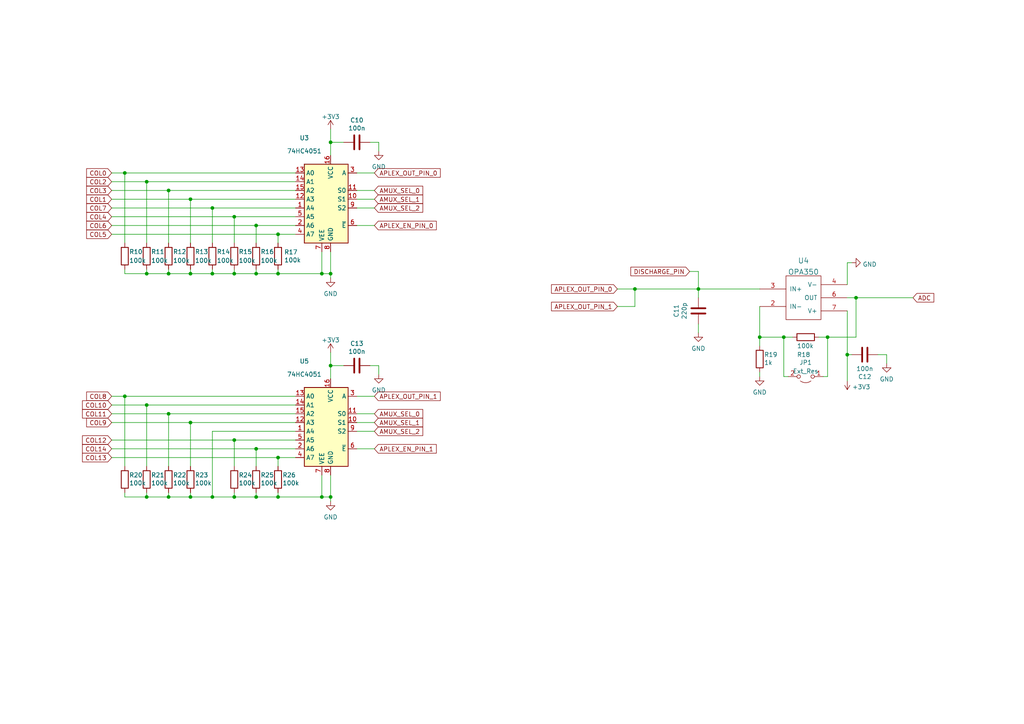
<source format=kicad_sch>
(kicad_sch (version 20231120) (generator "eeschema") (generator_version "8.0")
  (paper "A4")
  (title_block (title "EC Pro2 Mainboard") (date "2024-03-03") (rev "1.0") (company "LU.SV Solutions") (comment 1 "Cipulot PCB Design") (comment 2 "Cipulot") (comment 3 "CC-BY-NC-SA-4.0"))
  (lib_symbols
    (symbol "74xx:74HC4051"
      (property "Reference" "U" (at -5.08 11.43 0))
      (property "Value" "74HC4051" (at -7.62 -13.97 0))
      (symbol "74HC4051_0_1"
        (rectangle (start -5.08 10.16) (end 7.62 -12.7) (stroke (width 0.254)) (fill (type background)))
      )
      (symbol "74HC4051_1_1"
        (pin passive line (at 10.16 -2.54 180) (length 2.54) (name "A4") (number "1"))
        (pin input line (at -7.62 0 0) (length 2.54) (name "S1") (number "10"))
        (pin input line (at -7.62 2.54 0) (length 2.54) (name "S0") (number "11"))
        (pin passive line (at 10.16 0 180) (length 2.54) (name "A3") (number "12"))
        (pin passive line (at 10.16 7.62 180) (length 2.54) (name "A0") (number "13"))
        (pin passive line (at 10.16 5.08 180) (length 2.54) (name "A1") (number "14"))
        (pin passive line (at 10.16 2.54 180) (length 2.54) (name "A2") (number "15"))
        (pin power_in line (at 0 12.7 270) (length 2.54) (name "VCC") (number "16"))
        (pin passive line (at 10.16 -7.62 180) (length 2.54) (name "A6") (number "2"))
        (pin passive line (at -7.62 7.62 0) (length 2.54) (name "A") (number "3"))
        (pin passive line (at 10.16 -10.16 180) (length 2.54) (name "A7") (number "4"))
        (pin passive line (at 10.16 -5.08 180) (length 2.54) (name "A5") (number "5"))
        (pin input line (at -7.62 -7.62 0) (length 2.54) (name "~{E}") (number "6"))
        (pin power_in line (at 2.54 -15.24 90) (length 2.54) (name "VEE") (number "7"))
        (pin power_in line (at 0 -15.24 90) (length 2.54) (name "GND") (number "8"))
        (pin input line (at -7.62 -2.54 0) (length 2.54) (name "S2") (number "9"))
      )
    )
    (symbol "Device:C" (pin_numbers hide) (pin_names (offset 0.254))
      (property "Reference" "C" (at 0.635 2.54 0))
      (property "Value" "C" (at 0.635 -2.54 0))
      (symbol "C_0_1"
        (polyline (pts (xy -2.032 -0.762) (xy 2.032 -0.762)) (stroke (width 0.508)))
        (polyline (pts (xy -2.032 0.762) (xy 2.032 0.762)) (stroke (width 0.508)))
      )
      (symbol "C_1_1"
        (pin passive line (at 0 3.81 270) (length 2.794) (name "~") (number "1"))
        (pin passive line (at 0 -3.81 90) (length 2.794) (name "~") (number "2"))
      )
    )
    (symbol "Device:R" (pin_numbers hide) (pin_names (offset 0))
      (property "Reference" "R" (at 2.032 0 90))
      (property "Value" "R" (at 0 0 90))
      (symbol "R_0_1"
        (rectangle (start -1.016 -2.54) (end 1.016 2.54) (stroke (width 0.254)))
      )
      (symbol "R_1_1"
        (pin passive line (at 0 3.81 270) (length 1.27) (name "~") (number "1"))
        (pin passive line (at 0 -3.81 90) (length 1.27) (name "~") (number "2"))
      )
    )
    (symbol "Jumper:Jumper_2_Open" (pin_names (offset 0) hide)
      (property "Reference" "JP" (at 0 2.794 0))
      (property "Value" "Jumper_2_Open" (at 0 -2.286 0))
      (symbol "Jumper_2_Open_0_0"
        (circle (center -2.032 0) (radius 0.508))
        (circle (center 2.032 0) (radius 0.508))
      )
      (symbol "Jumper_2_Open_0_1"
        (arc (start 1.524 1.27) (mid 0 1.778) (end -1.524 1.27))
      )
      (symbol "Jumper_2_Open_1_1"
        (pin passive line (at -5.08 0 0) (length 2.54) (name "A") (number "1"))
        (pin passive line (at 5.08 0 180) (length 2.54) (name "B") (number "2"))
      )
    )
    (symbol "burrbrown:OPA350" (pin_names (offset 1.016))
      (property "Reference" "U" (at 8.89 -7.62 0))
      (property "Value" "OPA350" (at 5.08 7.62 0))
      (symbol "OPA350_0_1"
        (rectangle (start 0 -6.35) (end 10.16 6.35))
        (pin input line (at -7.62 2.54 0) (length 7.62) (name "IN-") (number "2"))
        (pin input line (at -7.62 -2.54 0) (length 7.62) (name "IN+") (number "3"))
        (pin input line (at 17.78 -3.81 180) (length 7.62) (name "V-") (number "4"))
        (pin input line (at 17.78 0 180) (length 7.62) (name "OUT") (number "6"))
        (pin input line (at 17.78 3.81 180) (length 7.62) (name "V+") (number "7"))
      )
    )
    (symbol "power:+3.3V" (power) (pin_names (offset 0))
      (property "Value" "+3.3V" (at 0 3.556 0))
      (symbol "+3.3V_0_1"
        (polyline (pts (xy -0.762 1.27) (xy 0 2.54)))
        (polyline (pts (xy 0 0) (xy 0 2.54)))
        (polyline (pts (xy 0 2.54) (xy 0.762 1.27)))
      )
      (symbol "+3.3V_1_1"
        (pin power_in line (at 0 0 90) (length 0) hide (name "+3V3") (number "1"))
      )
    )
    (symbol "power:GND" (power) (pin_names (offset 0))
      (property "Value" "GND" (at 0 -3.81 0))
      (symbol "GND_0_1"
        (polyline (pts (xy 0 0) (xy 0 -1.27) (xy 1.27 -1.27) (xy 0 -2.54) (xy -1.27 -1.27) (xy 0 -1.27)))
      )
      (symbol "GND_1_1"
        (pin power_in line (at 0 0 270) (length 0) hide (name "GND") (number "1"))
      )
    )
  )
  (junction (at 248.285 86.36))
  (junction (at 93.345 79.375))
  (junction (at 55.245 57.785))
  (junction (at 95.885 41.275))
  (junction (at 95.885 79.375))
  (junction (at 80.645 132.715))
  (junction (at 74.295 130.175))
  (junction (at 74.295 79.375))
  (junction (at 67.945 144.145))
  (junction (at 42.545 117.475))
  (junction (at 67.945 127.635))
  (junction (at 93.345 144.145))
  (junction (at 48.895 79.375))
  (junction (at 202.565 83.82))
  (junction (at 55.245 79.375))
  (junction (at 184.15 83.82))
  (junction (at 220.345 97.79))
  (junction (at 67.945 79.375))
  (junction (at 42.545 79.375))
  (junction (at 61.595 60.325))
  (junction (at 95.885 106.045))
  (junction (at 42.545 144.145))
  (junction (at 74.295 65.405))
  (junction (at 227.33 97.79))
  (junction (at 48.895 144.145))
  (junction (at 55.245 144.145))
  (junction (at 80.645 67.945))
  (junction (at 67.945 62.865))
  (junction (at 95.885 144.145))
  (junction (at 36.195 50.165))
  (junction (at 61.595 144.145))
  (junction (at 240.03 97.79))
  (junction (at 55.245 122.555))
  (junction (at 61.595 79.375))
  (junction (at 42.545 52.705))
  (junction (at 36.195 114.935))
  (junction (at 245.745 102.87))
  (junction (at 48.895 120.015))
  (junction (at 80.645 79.375))
  (junction (at 48.895 55.245))
  (junction (at 74.295 144.145))
  (junction (at 80.645 144.145))
  (wire (pts (xy 248.285 97.79) (xy 248.285 86.36)))
  (wire (pts (xy 74.295 70.485) (xy 74.295 65.405)))
  (wire (pts (xy 32.385 114.935) (xy 36.195 114.935)))
  (wire (pts (xy 36.195 114.935) (xy 85.725 114.935)))
  (wire (pts (xy 95.885 80.645) (xy 95.885 79.375)))
  (wire (pts (xy 227.33 97.79) (xy 229.87 97.79)))
  (wire (pts (xy 36.195 70.485) (xy 36.195 50.165)))
  (wire (pts (xy 85.725 67.945) (xy 80.645 67.945)))
  (wire (pts (xy 36.195 144.145) (xy 42.545 144.145)))
  (wire (pts (xy 74.295 78.105) (xy 74.295 79.375)))
  (wire (pts (xy 220.345 97.79) (xy 227.33 97.79)))
  (wire (pts (xy 48.895 70.485) (xy 48.895 55.245)))
  (wire (pts (xy 107.315 106.045) (xy 109.855 106.045)))
  (wire (pts (xy 95.885 145.415) (xy 95.885 144.145)))
  (wire (pts (xy 85.725 57.785) (xy 55.245 57.785)))
  (wire (pts (xy 179.07 83.82) (xy 184.15 83.82)))
  (wire (pts (xy 80.645 70.485) (xy 80.645 67.945)))
  (wire (pts (xy 67.945 144.145) (xy 74.295 144.145)))
  (wire (pts (xy 55.245 122.555) (xy 32.385 122.555)))
  (wire (pts (xy 48.895 79.375) (xy 55.245 79.375)))
  (wire (pts (xy 80.645 135.255) (xy 80.645 132.715)))
  (wire (pts (xy 85.725 52.705) (xy 42.545 52.705)))
  (wire (pts (xy 55.245 144.145) (xy 61.595 144.145)))
  (wire (pts (xy 85.725 122.555) (xy 55.245 122.555)))
  (wire (pts (xy 200.025 78.74) (xy 202.565 78.74)))
  (wire (pts (xy 67.945 79.375) (xy 74.295 79.375)))
  (wire (pts (xy 85.725 55.245) (xy 48.895 55.245)))
  (wire (pts (xy 95.885 41.275) (xy 95.885 45.085)))
  (wire (pts (xy 248.285 86.36) (xy 264.795 86.36)))
  (wire (pts (xy 93.345 137.795) (xy 93.345 144.145)))
  (wire (pts (xy 85.725 60.325) (xy 61.595 60.325)))
  (wire (pts (xy 55.245 78.105) (xy 55.245 79.375)))
  (wire (pts (xy 48.895 120.015) (xy 32.385 120.015)))
  (wire (pts (xy 202.565 86.36) (xy 202.565 83.82)))
  (wire (pts (xy 61.595 60.325) (xy 32.385 60.325)))
  (wire (pts (xy 61.595 144.145) (xy 67.945 144.145)))
  (wire (pts (xy 108.585 65.405) (xy 103.505 65.405)))
  (wire (pts (xy 61.595 79.375) (xy 67.945 79.375)))
  (wire (pts (xy 85.725 127.635) (xy 67.945 127.635)))
  (wire (pts (xy 32.385 67.945) (xy 80.645 67.945)))
  (wire (pts (xy 220.345 97.79) (xy 220.345 100.33)))
  (wire (pts (xy 80.645 79.375) (xy 93.345 79.375)))
  (wire (pts (xy 109.855 106.045) (xy 109.855 108.585)))
  (wire (pts (xy 202.565 78.74) (xy 202.565 83.82)))
  (wire (pts (xy 254.635 102.87) (xy 257.175 102.87)))
  (wire (pts (xy 74.295 144.145) (xy 80.645 144.145)))
  (wire (pts (xy 67.945 78.105) (xy 67.945 79.375)))
  (wire (pts (xy 85.725 125.095) (xy 61.595 125.095)))
  (wire (pts (xy 48.895 78.105) (xy 48.895 79.375)))
  (wire (pts (xy 55.245 122.555) (xy 55.245 135.255)))
  (wire (pts (xy 220.345 88.9) (xy 220.345 97.79)))
  (wire (pts (xy 248.285 86.36) (xy 245.745 86.36)))
  (wire (pts (xy 42.545 142.875) (xy 42.545 144.145)))
  (wire (pts (xy 108.585 130.175) (xy 103.505 130.175)))
  (wire (pts (xy 80.645 144.145) (xy 93.345 144.145)))
  (wire (pts (xy 42.545 70.485) (xy 42.545 52.705)))
  (wire (pts (xy 42.545 52.705) (xy 32.385 52.705)))
  (wire (pts (xy 42.545 135.255) (xy 42.545 117.475)))
  (wire (pts (xy 32.385 130.175) (xy 74.295 130.175)))
  (wire (pts (xy 93.345 73.025) (xy 93.345 79.375)))
  (wire (pts (xy 202.565 83.82) (xy 220.345 83.82)))
  (wire (pts (xy 179.07 88.9) (xy 184.15 88.9)))
  (wire (pts (xy 48.895 142.875) (xy 48.895 144.145)))
  (wire (pts (xy 237.49 97.79) (xy 240.03 97.79)))
  (wire (pts (xy 36.195 50.165) (xy 85.725 50.165)))
  (wire (pts (xy 184.15 83.82) (xy 202.565 83.82)))
  (wire (pts (xy 36.195 142.875) (xy 36.195 144.145)))
  (wire (pts (xy 103.505 57.785) (xy 108.585 57.785)))
  (wire (pts (xy 109.855 41.275) (xy 109.855 43.815)))
  (wire (pts (xy 85.725 62.865) (xy 67.945 62.865)))
  (wire (pts (xy 85.725 117.475) (xy 42.545 117.475)))
  (wire (pts (xy 95.885 102.235) (xy 95.885 106.045)))
  (wire (pts (xy 74.295 65.405) (xy 85.725 65.405)))
  (wire (pts (xy 32.385 50.165) (xy 36.195 50.165)))
  (wire (pts (xy 48.895 135.255) (xy 48.895 120.015)))
  (wire (pts (xy 108.585 50.165) (xy 103.505 50.165)))
  (wire (pts (xy 202.565 93.98) (xy 202.565 96.52)))
  (wire (pts (xy 61.595 70.485) (xy 61.595 60.325)))
  (wire (pts (xy 228.6 109.22) (xy 227.33 109.22)))
  (wire (pts (xy 67.945 135.255) (xy 67.945 127.635)))
  (wire (pts (xy 61.595 78.105) (xy 61.595 79.375)))
  (wire (pts (xy 74.295 135.255) (xy 74.295 130.175)))
  (wire (pts (xy 55.245 79.375) (xy 61.595 79.375)))
  (wire (pts (xy 95.885 137.795) (xy 95.885 144.145)))
  (wire (pts (xy 107.315 41.275) (xy 109.855 41.275)))
  (wire (pts (xy 48.895 55.245) (xy 32.385 55.245)))
  (wire (pts (xy 36.195 135.255) (xy 36.195 114.935)))
  (wire (pts (xy 103.505 122.555) (xy 108.585 122.555)))
  (wire (pts (xy 80.645 142.875) (xy 80.645 144.145)))
  (wire (pts (xy 67.945 62.865) (xy 32.385 62.865)))
  (wire (pts (xy 220.345 107.95) (xy 220.345 109.22)))
  (wire (pts (xy 42.545 144.145) (xy 48.895 144.145)))
  (wire (pts (xy 93.345 144.145) (xy 95.885 144.145)))
  (wire (pts (xy 55.245 57.785) (xy 32.385 57.785)))
  (wire (pts (xy 36.195 78.105) (xy 36.195 79.375)))
  (wire (pts (xy 55.245 57.785) (xy 55.245 70.485)))
  (wire (pts (xy 85.725 120.015) (xy 48.895 120.015)))
  (wire (pts (xy 67.945 127.635) (xy 32.385 127.635)))
  (wire (pts (xy 32.385 65.405) (xy 74.295 65.405)))
  (wire (pts (xy 93.345 79.375) (xy 95.885 79.375)))
  (wire (pts (xy 95.885 37.465) (xy 95.885 41.275)))
  (wire (pts (xy 61.595 125.095) (xy 61.595 144.145)))
  (wire (pts (xy 36.195 79.375) (xy 42.545 79.375)))
  (wire (pts (xy 245.745 82.55) (xy 245.745 76.2)))
  (wire (pts (xy 74.295 142.875) (xy 74.295 144.145)))
  (wire (pts (xy 32.385 132.715) (xy 80.645 132.715)))
  (wire (pts (xy 42.545 79.375) (xy 48.895 79.375)))
  (wire (pts (xy 227.33 109.22) (xy 227.33 97.79)))
  (wire (pts (xy 74.295 79.375) (xy 80.645 79.375)))
  (wire (pts (xy 257.175 102.87) (xy 257.175 105.41)))
  (wire (pts (xy 42.545 78.105) (xy 42.545 79.375)))
  (wire (pts (xy 108.585 114.935) (xy 103.505 114.935)))
  (wire (pts (xy 103.505 120.015) (xy 108.585 120.015)))
  (wire (pts (xy 240.03 109.22) (xy 240.03 97.79)))
  (wire (pts (xy 245.745 90.17) (xy 245.745 102.87)))
  (wire (pts (xy 48.895 144.145) (xy 55.245 144.145)))
  (wire (pts (xy 99.695 41.275) (xy 95.885 41.275)))
  (wire (pts (xy 99.695 106.045) (xy 95.885 106.045)))
  (wire (pts (xy 67.945 70.485) (xy 67.945 62.865)))
  (wire (pts (xy 247.015 102.87) (xy 245.745 102.87)))
  (wire (pts (xy 184.15 83.82) (xy 184.15 88.9)))
  (wire (pts (xy 103.505 60.325) (xy 108.585 60.325)))
  (wire (pts (xy 42.545 117.475) (xy 32.385 117.475)))
  (wire (pts (xy 55.245 142.875) (xy 55.245 144.145)))
  (wire (pts (xy 245.745 76.2) (xy 247.015 76.2)))
  (wire (pts (xy 67.945 142.875) (xy 67.945 144.145)))
  (wire (pts (xy 95.885 106.045) (xy 95.885 109.855)))
  (wire (pts (xy 103.505 125.095) (xy 108.585 125.095)))
  (wire (pts (xy 240.03 97.79) (xy 248.285 97.79)))
  (wire (pts (xy 103.505 55.245) (xy 108.585 55.245)))
  (wire (pts (xy 80.645 78.105) (xy 80.645 79.375)))
  (wire (pts (xy 74.295 130.175) (xy 85.725 130.175)))
  (wire (pts (xy 95.885 73.025) (xy 95.885 79.375)))
  (wire (pts (xy 238.76 109.22) (xy 240.03 109.22)))
  (wire (pts (xy 85.725 132.715) (xy 80.645 132.715)))
  (wire (pts (xy 245.745 110.49) (xy 245.745 102.87)))
  (global_label "AMUX_SEL_2" (shape input) (at 108.585 125.095 0) (property "Intersheetrefs" "${INTERSHEET_REFS}" (effects (hide yes))))
  (global_label "COL4" (shape input) (at 32.385 62.865 180) (property "Intersheetrefs" "${INTERSHEET_REFS}" (effects (hide yes))))
  (global_label "AMUX_SEL_0" (shape input) (at 108.585 55.245 0) (property "Intersheetrefs" "${INTERSHEET_REFS}" (effects (hide yes))))
  (global_label "APLEX_OUT_PIN_1" (shape input) (at 108.585 114.935 0) (property "Intersheetrefs" "${INTERSHEET_REFS}" (effects (hide yes))))
  (global_label "APLEX_OUT_PIN_1" (shape input) (at 179.07 88.9 180) (property "Intersheetrefs" "${INTERSHEET_REFS}" (effects (hide yes))))
  (global_label "COL6" (shape input) (at 32.385 65.405 180) (property "Intersheetrefs" "${INTERSHEET_REFS}" (effects (hide yes))))
  (global_label "COL2" (shape input) (at 32.385 52.705 180) (property "Intersheetrefs" "${INTERSHEET_REFS}" (effects (hide yes))))
  (global_label "COL8" (shape input) (at 32.385 114.935 180) (property "Intersheetrefs" "${INTERSHEET_REFS}" (effects (hide yes))))
  (global_label "AMUX_SEL_1" (shape input) (at 108.585 57.785 0) (property "Intersheetrefs" "${INTERSHEET_REFS}" (effects (hide yes))))
  (global_label "DISCHARGE_PIN" (shape input) (at 200.025 78.74 180) (property "Intersheetrefs" "${INTERSHEET_REFS}" (effects (hide yes))))
  (global_label "COL10" (shape input) (at 32.385 117.475 180) (property "Intersheetrefs" "${INTERSHEET_REFS}" (effects (hide yes))))
  (global_label "COL12" (shape input) (at 32.385 127.635 180) (property "Intersheetrefs" "${INTERSHEET_REFS}" (effects (hide yes))))
  (global_label "COL9" (shape input) (at 32.385 122.555 180) (property "Intersheetrefs" "${INTERSHEET_REFS}" (effects (hide yes))))
  (global_label "APLEX_OUT_PIN_0" (shape input) (at 108.585 50.165 0) (property "Intersheetrefs" "${INTERSHEET_REFS}" (effects (hide yes))))
  (global_label "AMUX_SEL_1" (shape input) (at 108.585 122.555 0) (property "Intersheetrefs" "${INTERSHEET_REFS}" (effects (hide yes))))
  (global_label "ADC" (shape input) (at 264.795 86.36 0) (property "Intersheetrefs" "${INTERSHEET_REFS}" (effects (hide yes))))
  (global_label "COL1" (shape input) (at 32.385 57.785 180) (property "Intersheetrefs" "${INTERSHEET_REFS}" (effects (hide yes))))
  (global_label "COL14" (shape input) (at 32.385 130.175 180) (property "Intersheetrefs" "${INTERSHEET_REFS}" (effects (hide yes))))
  (global_label "COL7" (shape input) (at 32.385 60.325 180) (property "Intersheetrefs" "${INTERSHEET_REFS}" (effects (hide yes))))
  (global_label "COL13" (shape input) (at 32.385 132.715 180) (property "Intersheetrefs" "${INTERSHEET_REFS}" (effects (hide yes))))
  (global_label "AMUX_SEL_2" (shape input) (at 108.585 60.325 0) (property "Intersheetrefs" "${INTERSHEET_REFS}" (effects (hide yes))))
  (global_label "COL5" (shape input) (at 32.385 67.945 180) (property "Intersheetrefs" "${INTERSHEET_REFS}" (effects (hide yes))))
  (global_label "COL11" (shape input) (at 32.385 120.015 180) (property "Intersheetrefs" "${INTERSHEET_REFS}" (effects (hide yes))))
  (global_label "COL0" (shape input) (at 32.385 50.165 180) (property "Intersheetrefs" "${INTERSHEET_REFS}" (effects (hide yes))))
  (global_label "APLEX_OUT_PIN_0" (shape input) (at 179.07 83.82 180) (property "Intersheetrefs" "${INTERSHEET_REFS}" (effects (hide yes))))
  (global_label "COL3" (shape input) (at 32.385 55.245 180) (property "Intersheetrefs" "${INTERSHEET_REFS}" (effects (hide yes))))
  (global_label "APLEX_EN_PIN_0" (shape input) (at 108.585 65.405 0) (property "Intersheetrefs" "${INTERSHEET_REFS}" (effects (hide yes))))
  (global_label "AMUX_SEL_0" (shape input) (at 108.585 120.015 0) (property "Intersheetrefs" "${INTERSHEET_REFS}" (effects (hide yes))))
  (global_label "APLEX_EN_PIN_1" (shape input) (at 108.585 130.175 0) (property "Intersheetrefs" "${INTERSHEET_REFS}" (effects (hide yes))))
  (symbol (lib_id "Device:R") (at 36.195 139.065 0) (unit 1)
    (property "Reference" "R20" (at 37.465 137.795 0) (effects (justify left)))
    (property "Value" "100k" (at 37.465 140.1064 0) (effects (justify left)))
    (property "Footprint" "Resistor_SMD:R_0402_1005Metric" (effects (hide yes)))
    (property "LCSC" "C25741" (effects (hide yes)))
  )
  (symbol (lib_id "74xx:74HC4051") (at 95.885 57.785 0) (mirror y) (unit 1)
    (property "Reference" "U3" (at 88.265 40.005 0))
    (property "Value" "74HC4051" (at 88.265 43.815 0))
    (property "Footprint" "cipulot_parts:TSSOP16" (effects (hide yes)))
    (property "Datasheet" "http://www.ti.com/lit/ds/symlink/cd74hc4051.pdf" (effects (hide yes)))
    (property "LCSC" "C5645" (effects (hide yes)))
  )
  (symbol (lib_id "Device:R") (at 42.545 74.295 0) (unit 1)
    (property "Reference" "R11" (at 43.815 73.025 0) (effects (justify left)))
    (property "Value" "100k" (at 43.815 75.565 0) (effects (justify left)))
    (property "Footprint" "Resistor_SMD:R_0402_1005Metric" (effects (hide yes)))
    (property "LCSC" "C25741" (effects (hide yes)))
  )
  (symbol (lib_id "power:GND") (at 202.565 96.52 0) (unit 1)
    (property "Reference" "#PWR040" (effects (hide yes)))
    (property "Value" "GND" (at 202.565 101.0825 0))
  )
  (symbol (lib_id "Device:R") (at 67.945 139.065 0) (unit 1)
    (property "Reference" "R24" (at 69.215 137.795 0) (effects (justify left)))
    (property "Value" "100k" (at 69.215 140.1064 0) (effects (justify left)))
    (property "Footprint" "Resistor_SMD:R_0402_1005Metric" (effects (hide yes)))
    (property "LCSC" "C25741" (effects (hide yes)))
  )
  (symbol (lib_id "power:GND") (at 109.855 43.815 0) (unit 1)
    (property "Reference" "#PWR037" (effects (hide yes)))
    (property "Value" "GND" (at 109.855 48.3775 0))
  )
  (symbol (lib_id "Device:R") (at 233.68 97.79 270) (unit 1)
    (property "Reference" "R18" (at 231.14 102.87 90) (effects (justify left)))
    (property "Value" "100k" (at 231.14 100.33 90) (effects (justify left)))
    (property "Footprint" "Resistor_SMD:R_0402_1005Metric" (effects (hide yes)))
    (property "LCSC" "C25741" (effects (hide yes)))
  )
  (symbol (lib_id "power:GND") (at 220.345 109.22 0) (unit 1)
    (property "Reference" "#PWR044" (effects (hide yes)))
    (property "Value" "GND" (at 220.345 113.7825 0))
  )
  (symbol (lib_id "Device:R") (at 67.945 74.295 0) (unit 1)
    (property "Reference" "R15" (at 69.215 73.025 0) (effects (justify left)))
    (property "Value" "100k" (at 69.215 75.565 0) (effects (justify left)))
    (property "Footprint" "Resistor_SMD:R_0402_1005Metric" (effects (hide yes)))
    (property "LCSC" "C25741" (effects (hide yes)))
  )
  (symbol (lib_id "Device:R") (at 36.195 74.295 0) (unit 1)
    (property "Reference" "R10" (at 37.465 73.025 0) (effects (justify left)))
    (property "Value" "100k" (at 37.465 75.565 0) (effects (justify left)))
    (property "Footprint" "Resistor_SMD:R_0402_1005Metric" (effects (hide yes)))
    (property "LCSC" "C25741" (effects (hide yes)))
  )
  (symbol (lib_id "Device:R") (at 80.645 139.065 0) (unit 1)
    (property "Reference" "R26" (at 81.915 137.795 0) (effects (justify left)))
    (property "Value" "100k" (at 81.915 140.1064 0) (effects (justify left)))
    (property "Footprint" "Resistor_SMD:R_0402_1005Metric" (effects (hide yes)))
    (property "LCSC" "C25741" (effects (hide yes)))
  )
  (symbol (lib_id "74xx:74HC4051") (at 95.885 122.555 0) (mirror y) (unit 1)
    (property "Reference" "U5" (at 88.265 104.775 0))
    (property "Value" "74HC4051" (at 88.265 108.585 0))
    (property "Footprint" "cipulot_parts:TSSOP16" (effects (hide yes)))
    (property "Datasheet" "http://www.ti.com/lit/ds/symlink/cd74hc4051.pdf" (effects (hide yes)))
    (property "LCSC" "C5645" (effects (hide yes)))
  )
  (symbol (lib_id "Device:R") (at 55.245 74.295 0) (unit 1)
    (property "Reference" "R13" (at 56.515 73.025 0) (effects (justify left)))
    (property "Value" "100k" (at 56.515 75.565 0) (effects (justify left)))
    (property "Footprint" "Resistor_SMD:R_0402_1005Metric" (effects (hide yes)))
    (property "LCSC" "C25741" (effects (hide yes)))
  )
  (symbol (lib_id "Device:R") (at 220.345 104.14 0) (unit 1)
    (property "Reference" "R19" (at 221.615 102.87 0) (effects (justify left)))
    (property "Value" "1k" (at 221.615 105.1814 0) (effects (justify left)))
    (property "Footprint" "Resistor_SMD:R_0402_1005Metric" (effects (hide yes)))
    (property "LCSC" "C11702" (effects (hide yes)))
  )
  (symbol (lib_id "Device:C") (at 202.565 90.17 0) (unit 1)
    (property "Reference" "C11" (at 196.1642 90.17 90))
    (property "Value" "220p" (at 198.4756 90.17 90))
    (property "Footprint" "Capacitor_SMD:C_0402_1005Metric" (effects (hide yes)))
    (property "LCSC" "C1530" (effects (hide yes)))
  )
  (symbol (lib_id "power:GND") (at 247.015 76.2 90) (unit 1)
    (property "Reference" "#PWR038" (effects (hide yes)))
    (property "Value" "GND" (at 250.19 76.679 90) (effects (justify right)))
  )
  (symbol (lib_id "power:GND") (at 109.855 108.585 0) (unit 1)
    (property "Reference" "#PWR043" (effects (hide yes)))
    (property "Value" "GND" (at 109.855 113.1475 0))
  )
  (symbol (lib_id "Device:R") (at 74.295 74.295 0) (unit 1)
    (property "Reference" "R16" (at 75.565 73.025 0) (effects (justify left)))
    (property "Value" "100k" (at 75.565 75.565 0) (effects (justify left)))
    (property "Footprint" "Resistor_SMD:R_0402_1005Metric" (effects (hide yes)))
    (property "LCSC" "C25741" (effects (hide yes)))
  )
  (symbol (lib_id "Device:R") (at 80.645 74.295 0) (unit 1)
    (property "Reference" "R17" (at 82.423 73.1266 0) (effects (justify left)))
    (property "Value" "100k" (at 82.423 75.438 0) (effects (justify left)))
    (property "Footprint" "Resistor_SMD:R_0402_1005Metric" (effects (hide yes)))
    (property "LCSC" "C25741" (effects (hide yes)))
  )
  (symbol (lib_id "Device:R") (at 48.895 139.065 0) (unit 1)
    (property "Reference" "R22" (at 50.165 137.795 0) (effects (justify left)))
    (property "Value" "100k" (at 50.165 140.1064 0) (effects (justify left)))
    (property "Footprint" "Resistor_SMD:R_0402_1005Metric" (effects (hide yes)))
    (property "LCSC" "C25741" (effects (hide yes)))
  )
  (symbol (lib_id "Device:R") (at 42.545 139.065 0) (unit 1)
    (property "Reference" "R21" (at 43.815 137.795 0) (effects (justify left)))
    (property "Value" "100k" (at 43.815 140.1064 0) (effects (justify left)))
    (property "Footprint" "Resistor_SMD:R_0402_1005Metric" (effects (hide yes)))
    (property "LCSC" "C25741" (effects (hide yes)))
  )
  (symbol (lib_id "Device:R") (at 48.895 74.295 0) (unit 1)
    (property "Reference" "R12" (at 50.165 73.025 0) (effects (justify left)))
    (property "Value" "100k" (at 50.165 75.565 0) (effects (justify left)))
    (property "Footprint" "Resistor_SMD:R_0402_1005Metric" (effects (hide yes)))
    (property "LCSC" "C25741" (effects (hide yes)))
  )
  (symbol (lib_id "power:GND") (at 257.175 105.41 0) (unit 1)
    (property "Reference" "#PWR042" (effects (hide yes)))
    (property "Value" "GND" (at 257.175 109.9725 0))
  )
  (symbol (lib_id "Device:C") (at 103.505 106.045 270) (unit 1)
    (property "Reference" "C13" (at 103.505 99.6442 90))
    (property "Value" "100n" (at 103.505 101.9556 90))
    (property "Footprint" "Capacitor_SMD:C_0402_1005Metric" (effects (hide yes)))
    (property "LCSC" "C307331" (effects (hide yes)))
  )
  (symbol (lib_id "power:GND") (at 95.885 80.645 0) (unit 1)
    (property "Reference" "#PWR039" (effects (hide yes)))
    (property "Value" "GND" (at 95.885 85.2075 0))
  )
  (symbol (lib_id "power:+3.3V") (at 95.885 37.465 0) (unit 1)
    (property "Reference" "#PWR036" (effects (hide yes)))
    (property "Value" "+3V3" (at 95.885 33.8605 0))
  )
  (symbol (lib_id "Device:C") (at 250.825 102.87 270) (mirror x) (unit 1)
    (property "Reference" "C12" (at 250.825 109.2708 90))
    (property "Value" "100n" (at 250.825 106.9594 90))
    (property "Footprint" "Capacitor_SMD:C_0402_1005Metric" (effects (hide yes)))
    (property "LCSC" "C307331" (effects (hide yes)))
  )
  (symbol (lib_id "burrbrown:OPA350") (at 227.965 86.36 0) (mirror x) (unit 1)
    (property "Reference" "U4" (at 233.045 75.6061 0) (effects (font (size 1.524 1.524))))
    (property "Value" "OPA350" (at 233.045 78.8851 0) (effects (font (size 1.524 1.524))))
    (property "Footprint" "Package_SO:SOIC-8_3.9x4.9mm_P1.27mm" (effects (hide yes)))
    (property "LCSC" "C13388" (effects (hide yes)))
  )
  (symbol (lib_id "power:GND") (at 95.885 145.415 0) (unit 1)
    (property "Reference" "#PWR046" (effects (hide yes)))
    (property "Value" "GND" (at 95.885 149.9775 0))
  )
  (symbol (lib_id "Device:C") (at 103.505 41.275 270) (unit 1)
    (property "Reference" "C10" (at 103.505 34.8742 90))
    (property "Value" "100n" (at 103.505 37.1856 90))
    (property "Footprint" "Capacitor_SMD:C_0402_1005Metric" (effects (hide yes)))
    (property "LCSC" "C307331" (effects (hide yes)))
  )
  (symbol (lib_id "power:+3.3V") (at 245.745 110.49 180) (unit 1)
    (property "Reference" "#PWR045" (effects (hide yes)))
    (property "Value" "+3V3" (at 247.142 112.239 0) (effects (justify right)))
  )
  (symbol (lib_id "Device:R") (at 55.245 139.065 0) (unit 1)
    (property "Reference" "R23" (at 56.515 137.795 0) (effects (justify left)))
    (property "Value" "100k" (at 56.515 140.1064 0) (effects (justify left)))
    (property "Footprint" "Resistor_SMD:R_0402_1005Metric" (effects (hide yes)))
    (property "LCSC" "C25741" (effects (hide yes)))
  )
  (symbol (lib_id "Device:R") (at 74.295 139.065 0) (unit 1)
    (property "Reference" "R25" (at 75.565 137.795 0) (effects (justify left)))
    (property "Value" "100k" (at 75.565 140.1064 0) (effects (justify left)))
    (property "Footprint" "Resistor_SMD:R_0402_1005Metric" (effects (hide yes)))
    (property "LCSC" "C25741" (effects (hide yes)))
  )
  (symbol (lib_id "power:+3.3V") (at 95.885 102.235 0) (unit 1)
    (property "Reference" "#PWR041" (effects (hide yes)))
    (property "Value" "+3V3" (at 95.885 98.6305 0))
  )
  (symbol (lib_id "Jumper:Jumper_2_Open") (at 233.68 109.22 180) (unit 1)
    (property "Reference" "JP1" (at 233.68 105.1392 0))
    (property "Value" "Ext_Res" (at 233.68 107.6761 0))
    (property "Footprint" "Resistor_SMD:R_0603_1608Metric_Pad0.98x0.95mm_HandSolder" (effects (hide yes)))
  )
  (symbol (lib_id "Device:R") (at 61.595 74.295 0) (unit 1)
    (property "Reference" "R14" (at 62.865 73.025 0) (effects (justify left)))
    (property "Value" "100k" (at 62.865 75.565 0) (effects (justify left)))
    (property "Footprint" "Resistor_SMD:R_0402_1005Metric" (effects (hide yes)))
    (property "LCSC" "C25741" (effects (hide yes)))
  )
)
</source>
